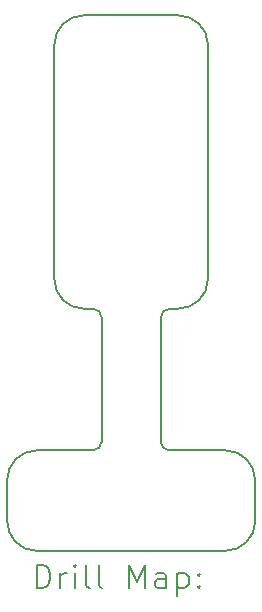
<source format=gbr>
%FSLAX45Y45*%
G04 Gerber Fmt 4.5, Leading zero omitted, Abs format (unit mm)*
G04 Created by KiCad (PCBNEW 6.0.5-a6ca702e91~116~ubuntu20.04.1) date 2022-06-20 08:21:17*
%MOMM*%
%LPD*%
G01*
G04 APERTURE LIST*
%TA.AperFunction,Profile*%
%ADD10C,0.150000*%
%TD*%
%ADD11C,0.200000*%
G04 APERTURE END LIST*
D10*
X10250000Y-9150000D02*
X10725000Y-9150000D01*
X12100000Y-9750000D02*
X12100000Y-9400000D01*
X10650000Y-5466000D02*
X11450000Y-5466000D01*
X10400000Y-7700000D02*
X10400000Y-5716000D01*
X11375000Y-9150000D02*
X11850000Y-9150000D01*
X11300000Y-9075000D02*
G75*
G03*
X11375000Y-9150000I75000J0D01*
G01*
X10725000Y-9150000D02*
G75*
G03*
X10800000Y-9075000I0J75000D01*
G01*
X10800000Y-8025000D02*
X10800000Y-9075000D01*
X11300000Y-8025000D02*
X11300000Y-9075000D01*
X11375000Y-7950000D02*
G75*
G03*
X11300000Y-8025000I0J-75000D01*
G01*
X10800000Y-8025000D02*
G75*
G03*
X10725000Y-7950000I-75000J0D01*
G01*
X10650000Y-7950000D02*
X10725000Y-7950000D01*
X11375000Y-7950000D02*
X11450000Y-7950000D01*
X10400000Y-7700000D02*
G75*
G03*
X10650000Y-7950000I250000J0D01*
G01*
X11450000Y-7950000D02*
G75*
G03*
X11700000Y-7700000I0J250000D01*
G01*
X11700000Y-7700000D02*
X11700000Y-5710000D01*
X10650000Y-5466000D02*
G75*
G03*
X10400000Y-5716000I0J-250000D01*
G01*
X11700000Y-5710000D02*
G75*
G03*
X11450000Y-5466000I-250000J-6074D01*
G01*
X10000000Y-9745000D02*
G75*
G03*
X10250000Y-10000000I250000J-4951D01*
G01*
X12100000Y-9400000D02*
G75*
G03*
X11850000Y-9150000I-250000J0D01*
G01*
X10250000Y-10000000D02*
X11850000Y-10000000D01*
X10250000Y-9150000D02*
G75*
G03*
X10000000Y-9400000I0J-250000D01*
G01*
X11850000Y-10000000D02*
G75*
G03*
X12100000Y-9750000I0J250000D01*
G01*
X10000000Y-9745000D02*
X10000000Y-9400000D01*
D11*
X10250070Y-10317976D02*
X10250070Y-10117976D01*
X10297689Y-10117976D01*
X10326260Y-10127500D01*
X10345308Y-10146548D01*
X10354832Y-10165595D01*
X10364356Y-10203690D01*
X10364356Y-10232262D01*
X10354832Y-10270357D01*
X10345308Y-10289405D01*
X10326260Y-10308452D01*
X10297689Y-10317976D01*
X10250070Y-10317976D01*
X10450070Y-10317976D02*
X10450070Y-10184643D01*
X10450070Y-10222738D02*
X10459594Y-10203690D01*
X10469118Y-10194167D01*
X10488165Y-10184643D01*
X10507213Y-10184643D01*
X10573879Y-10317976D02*
X10573879Y-10184643D01*
X10573879Y-10117976D02*
X10564356Y-10127500D01*
X10573879Y-10137024D01*
X10583403Y-10127500D01*
X10573879Y-10117976D01*
X10573879Y-10137024D01*
X10697689Y-10317976D02*
X10678641Y-10308452D01*
X10669118Y-10289405D01*
X10669118Y-10117976D01*
X10802451Y-10317976D02*
X10783403Y-10308452D01*
X10773879Y-10289405D01*
X10773879Y-10117976D01*
X11031022Y-10317976D02*
X11031022Y-10117976D01*
X11097689Y-10260833D01*
X11164356Y-10117976D01*
X11164356Y-10317976D01*
X11345308Y-10317976D02*
X11345308Y-10213214D01*
X11335784Y-10194167D01*
X11316737Y-10184643D01*
X11278641Y-10184643D01*
X11259594Y-10194167D01*
X11345308Y-10308452D02*
X11326260Y-10317976D01*
X11278641Y-10317976D01*
X11259594Y-10308452D01*
X11250070Y-10289405D01*
X11250070Y-10270357D01*
X11259594Y-10251310D01*
X11278641Y-10241786D01*
X11326260Y-10241786D01*
X11345308Y-10232262D01*
X11440546Y-10184643D02*
X11440546Y-10384643D01*
X11440546Y-10194167D02*
X11459594Y-10184643D01*
X11497689Y-10184643D01*
X11516737Y-10194167D01*
X11526260Y-10203690D01*
X11535784Y-10222738D01*
X11535784Y-10279881D01*
X11526260Y-10298929D01*
X11516737Y-10308452D01*
X11497689Y-10317976D01*
X11459594Y-10317976D01*
X11440546Y-10308452D01*
X11621498Y-10298929D02*
X11631022Y-10308452D01*
X11621498Y-10317976D01*
X11611975Y-10308452D01*
X11621498Y-10298929D01*
X11621498Y-10317976D01*
X11621498Y-10194167D02*
X11631022Y-10203690D01*
X11621498Y-10213214D01*
X11611975Y-10203690D01*
X11621498Y-10194167D01*
X11621498Y-10213214D01*
M02*

</source>
